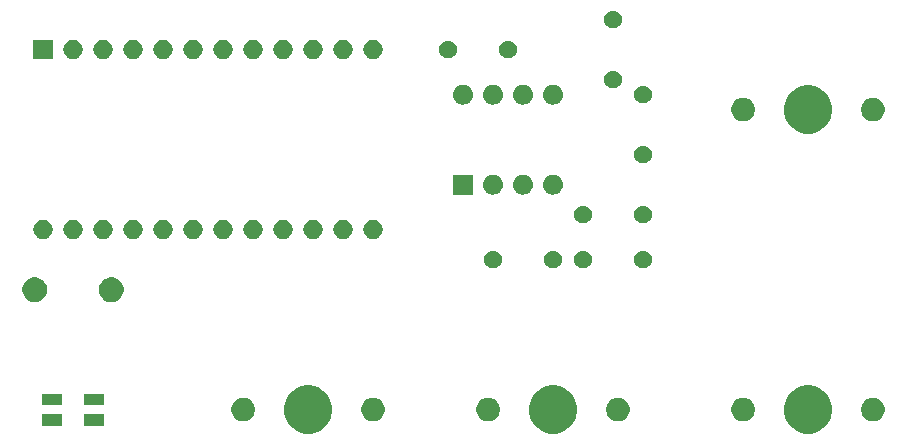
<source format=gbr>
G04 #@! TF.GenerationSoftware,KiCad,Pcbnew,(5.1.2)-1*
G04 #@! TF.CreationDate,2019-05-14T15:55:12+09:00*
G04 #@! TF.ProjectId,pcb,7063622e-6b69-4636-9164-5f7063625858,rev?*
G04 #@! TF.SameCoordinates,Original*
G04 #@! TF.FileFunction,Soldermask,Top*
G04 #@! TF.FilePolarity,Negative*
%FSLAX46Y46*%
G04 Gerber Fmt 4.6, Leading zero omitted, Abs format (unit mm)*
G04 Created by KiCad (PCBNEW (5.1.2)-1) date 2019-05-14 15:55:12*
%MOMM*%
%LPD*%
G04 APERTURE LIST*
%ADD10C,0.100000*%
G04 APERTURE END LIST*
D10*
G36*
X57328254Y-170747818D02*
G01*
X57701511Y-170902426D01*
X57701513Y-170902427D01*
X58037436Y-171126884D01*
X58323116Y-171412564D01*
X58547574Y-171748489D01*
X58702182Y-172121746D01*
X58781000Y-172517993D01*
X58781000Y-172922007D01*
X58702182Y-173318254D01*
X58551293Y-173682532D01*
X58547573Y-173691513D01*
X58323116Y-174027436D01*
X58037436Y-174313116D01*
X57701513Y-174537573D01*
X57701512Y-174537574D01*
X57701511Y-174537574D01*
X57328254Y-174692182D01*
X56932007Y-174771000D01*
X56527993Y-174771000D01*
X56131746Y-174692182D01*
X55758489Y-174537574D01*
X55758488Y-174537574D01*
X55758487Y-174537573D01*
X55422564Y-174313116D01*
X55136884Y-174027436D01*
X54912427Y-173691513D01*
X54908707Y-173682532D01*
X54757818Y-173318254D01*
X54679000Y-172922007D01*
X54679000Y-172517993D01*
X54757818Y-172121746D01*
X54912426Y-171748489D01*
X55136884Y-171412564D01*
X55422564Y-171126884D01*
X55758487Y-170902427D01*
X55758489Y-170902426D01*
X56131746Y-170747818D01*
X56527993Y-170669000D01*
X56932007Y-170669000D01*
X57328254Y-170747818D01*
X57328254Y-170747818D01*
G37*
G36*
X78068254Y-170747818D02*
G01*
X78441511Y-170902426D01*
X78441513Y-170902427D01*
X78777436Y-171126884D01*
X79063116Y-171412564D01*
X79287574Y-171748489D01*
X79442182Y-172121746D01*
X79521000Y-172517993D01*
X79521000Y-172922007D01*
X79442182Y-173318254D01*
X79291293Y-173682532D01*
X79287573Y-173691513D01*
X79063116Y-174027436D01*
X78777436Y-174313116D01*
X78441513Y-174537573D01*
X78441512Y-174537574D01*
X78441511Y-174537574D01*
X78068254Y-174692182D01*
X77672007Y-174771000D01*
X77267993Y-174771000D01*
X76871746Y-174692182D01*
X76498489Y-174537574D01*
X76498488Y-174537574D01*
X76498487Y-174537573D01*
X76162564Y-174313116D01*
X75876884Y-174027436D01*
X75652427Y-173691513D01*
X75648707Y-173682532D01*
X75497818Y-173318254D01*
X75419000Y-172922007D01*
X75419000Y-172517993D01*
X75497818Y-172121746D01*
X75652426Y-171748489D01*
X75876884Y-171412564D01*
X76162564Y-171126884D01*
X76498487Y-170902427D01*
X76498489Y-170902426D01*
X76871746Y-170747818D01*
X77267993Y-170669000D01*
X77672007Y-170669000D01*
X78068254Y-170747818D01*
X78068254Y-170747818D01*
G37*
G36*
X99658254Y-170747818D02*
G01*
X100031511Y-170902426D01*
X100031513Y-170902427D01*
X100367436Y-171126884D01*
X100653116Y-171412564D01*
X100877574Y-171748489D01*
X101032182Y-172121746D01*
X101111000Y-172517993D01*
X101111000Y-172922007D01*
X101032182Y-173318254D01*
X100881293Y-173682532D01*
X100877573Y-173691513D01*
X100653116Y-174027436D01*
X100367436Y-174313116D01*
X100031513Y-174537573D01*
X100031512Y-174537574D01*
X100031511Y-174537574D01*
X99658254Y-174692182D01*
X99262007Y-174771000D01*
X98857993Y-174771000D01*
X98461746Y-174692182D01*
X98088489Y-174537574D01*
X98088488Y-174537574D01*
X98088487Y-174537573D01*
X97752564Y-174313116D01*
X97466884Y-174027436D01*
X97242427Y-173691513D01*
X97238707Y-173682532D01*
X97087818Y-173318254D01*
X97009000Y-172922007D01*
X97009000Y-172517993D01*
X97087818Y-172121746D01*
X97242426Y-171748489D01*
X97466884Y-171412564D01*
X97752564Y-171126884D01*
X98088487Y-170902427D01*
X98088489Y-170902426D01*
X98461746Y-170747818D01*
X98857993Y-170669000D01*
X99262007Y-170669000D01*
X99658254Y-170747818D01*
X99658254Y-170747818D01*
G37*
G36*
X35931000Y-174071000D02*
G01*
X34229000Y-174071000D01*
X34229000Y-173119000D01*
X35931000Y-173119000D01*
X35931000Y-174071000D01*
X35931000Y-174071000D01*
G37*
G36*
X39431000Y-174071000D02*
G01*
X37729000Y-174071000D01*
X37729000Y-173119000D01*
X39431000Y-173119000D01*
X39431000Y-174071000D01*
X39431000Y-174071000D01*
G37*
G36*
X72261981Y-171757468D02*
G01*
X72444151Y-171832926D01*
X72608100Y-171942473D01*
X72747527Y-172081900D01*
X72857074Y-172245849D01*
X72932532Y-172428019D01*
X72971000Y-172621410D01*
X72971000Y-172818590D01*
X72932532Y-173011981D01*
X72857074Y-173194151D01*
X72747527Y-173358100D01*
X72608100Y-173497527D01*
X72444151Y-173607074D01*
X72261981Y-173682532D01*
X72068591Y-173721000D01*
X71871409Y-173721000D01*
X71678019Y-173682532D01*
X71495849Y-173607074D01*
X71331900Y-173497527D01*
X71192473Y-173358100D01*
X71082926Y-173194151D01*
X71007468Y-173011981D01*
X70969000Y-172818590D01*
X70969000Y-172621410D01*
X71007468Y-172428019D01*
X71082926Y-172245849D01*
X71192473Y-172081900D01*
X71331900Y-171942473D01*
X71495849Y-171832926D01*
X71678019Y-171757468D01*
X71871409Y-171719000D01*
X72068591Y-171719000D01*
X72261981Y-171757468D01*
X72261981Y-171757468D01*
G37*
G36*
X62521981Y-171757468D02*
G01*
X62704151Y-171832926D01*
X62868100Y-171942473D01*
X63007527Y-172081900D01*
X63117074Y-172245849D01*
X63192532Y-172428019D01*
X63231000Y-172621410D01*
X63231000Y-172818590D01*
X63192532Y-173011981D01*
X63117074Y-173194151D01*
X63007527Y-173358100D01*
X62868100Y-173497527D01*
X62704151Y-173607074D01*
X62521981Y-173682532D01*
X62328591Y-173721000D01*
X62131409Y-173721000D01*
X61938019Y-173682532D01*
X61755849Y-173607074D01*
X61591900Y-173497527D01*
X61452473Y-173358100D01*
X61342926Y-173194151D01*
X61267468Y-173011981D01*
X61229000Y-172818590D01*
X61229000Y-172621410D01*
X61267468Y-172428019D01*
X61342926Y-172245849D01*
X61452473Y-172081900D01*
X61591900Y-171942473D01*
X61755849Y-171832926D01*
X61938019Y-171757468D01*
X62131409Y-171719000D01*
X62328591Y-171719000D01*
X62521981Y-171757468D01*
X62521981Y-171757468D01*
G37*
G36*
X51521981Y-171757468D02*
G01*
X51704151Y-171832926D01*
X51868100Y-171942473D01*
X52007527Y-172081900D01*
X52117074Y-172245849D01*
X52192532Y-172428019D01*
X52231000Y-172621410D01*
X52231000Y-172818590D01*
X52192532Y-173011981D01*
X52117074Y-173194151D01*
X52007527Y-173358100D01*
X51868100Y-173497527D01*
X51704151Y-173607074D01*
X51521981Y-173682532D01*
X51328591Y-173721000D01*
X51131409Y-173721000D01*
X50938019Y-173682532D01*
X50755849Y-173607074D01*
X50591900Y-173497527D01*
X50452473Y-173358100D01*
X50342926Y-173194151D01*
X50267468Y-173011981D01*
X50229000Y-172818590D01*
X50229000Y-172621410D01*
X50267468Y-172428019D01*
X50342926Y-172245849D01*
X50452473Y-172081900D01*
X50591900Y-171942473D01*
X50755849Y-171832926D01*
X50938019Y-171757468D01*
X51131409Y-171719000D01*
X51328591Y-171719000D01*
X51521981Y-171757468D01*
X51521981Y-171757468D01*
G37*
G36*
X83261981Y-171757468D02*
G01*
X83444151Y-171832926D01*
X83608100Y-171942473D01*
X83747527Y-172081900D01*
X83857074Y-172245849D01*
X83932532Y-172428019D01*
X83971000Y-172621410D01*
X83971000Y-172818590D01*
X83932532Y-173011981D01*
X83857074Y-173194151D01*
X83747527Y-173358100D01*
X83608100Y-173497527D01*
X83444151Y-173607074D01*
X83261981Y-173682532D01*
X83068591Y-173721000D01*
X82871409Y-173721000D01*
X82678019Y-173682532D01*
X82495849Y-173607074D01*
X82331900Y-173497527D01*
X82192473Y-173358100D01*
X82082926Y-173194151D01*
X82007468Y-173011981D01*
X81969000Y-172818590D01*
X81969000Y-172621410D01*
X82007468Y-172428019D01*
X82082926Y-172245849D01*
X82192473Y-172081900D01*
X82331900Y-171942473D01*
X82495849Y-171832926D01*
X82678019Y-171757468D01*
X82871409Y-171719000D01*
X83068591Y-171719000D01*
X83261981Y-171757468D01*
X83261981Y-171757468D01*
G37*
G36*
X93851981Y-171757468D02*
G01*
X94034151Y-171832926D01*
X94198100Y-171942473D01*
X94337527Y-172081900D01*
X94447074Y-172245849D01*
X94522532Y-172428019D01*
X94561000Y-172621410D01*
X94561000Y-172818590D01*
X94522532Y-173011981D01*
X94447074Y-173194151D01*
X94337527Y-173358100D01*
X94198100Y-173497527D01*
X94034151Y-173607074D01*
X93851981Y-173682532D01*
X93658591Y-173721000D01*
X93461409Y-173721000D01*
X93268019Y-173682532D01*
X93085849Y-173607074D01*
X92921900Y-173497527D01*
X92782473Y-173358100D01*
X92672926Y-173194151D01*
X92597468Y-173011981D01*
X92559000Y-172818590D01*
X92559000Y-172621410D01*
X92597468Y-172428019D01*
X92672926Y-172245849D01*
X92782473Y-172081900D01*
X92921900Y-171942473D01*
X93085849Y-171832926D01*
X93268019Y-171757468D01*
X93461409Y-171719000D01*
X93658591Y-171719000D01*
X93851981Y-171757468D01*
X93851981Y-171757468D01*
G37*
G36*
X104851981Y-171757468D02*
G01*
X105034151Y-171832926D01*
X105198100Y-171942473D01*
X105337527Y-172081900D01*
X105447074Y-172245849D01*
X105522532Y-172428019D01*
X105561000Y-172621410D01*
X105561000Y-172818590D01*
X105522532Y-173011981D01*
X105447074Y-173194151D01*
X105337527Y-173358100D01*
X105198100Y-173497527D01*
X105034151Y-173607074D01*
X104851981Y-173682532D01*
X104658591Y-173721000D01*
X104461409Y-173721000D01*
X104268019Y-173682532D01*
X104085849Y-173607074D01*
X103921900Y-173497527D01*
X103782473Y-173358100D01*
X103672926Y-173194151D01*
X103597468Y-173011981D01*
X103559000Y-172818590D01*
X103559000Y-172621410D01*
X103597468Y-172428019D01*
X103672926Y-172245849D01*
X103782473Y-172081900D01*
X103921900Y-171942473D01*
X104085849Y-171832926D01*
X104268019Y-171757468D01*
X104461409Y-171719000D01*
X104658591Y-171719000D01*
X104851981Y-171757468D01*
X104851981Y-171757468D01*
G37*
G36*
X35931000Y-172321000D02*
G01*
X34229000Y-172321000D01*
X34229000Y-171369000D01*
X35931000Y-171369000D01*
X35931000Y-172321000D01*
X35931000Y-172321000D01*
G37*
G36*
X39431000Y-172321000D02*
G01*
X37729000Y-172321000D01*
X37729000Y-171369000D01*
X39431000Y-171369000D01*
X39431000Y-172321000D01*
X39431000Y-172321000D01*
G37*
G36*
X40386564Y-161549389D02*
G01*
X40577833Y-161628615D01*
X40577835Y-161628616D01*
X40749973Y-161743635D01*
X40896365Y-161890027D01*
X41011385Y-162062167D01*
X41090611Y-162253436D01*
X41131000Y-162456484D01*
X41131000Y-162663516D01*
X41090611Y-162866564D01*
X41011385Y-163057833D01*
X41011384Y-163057835D01*
X40896365Y-163229973D01*
X40749973Y-163376365D01*
X40577835Y-163491384D01*
X40577834Y-163491385D01*
X40577833Y-163491385D01*
X40386564Y-163570611D01*
X40183516Y-163611000D01*
X39976484Y-163611000D01*
X39773436Y-163570611D01*
X39582167Y-163491385D01*
X39582166Y-163491385D01*
X39582165Y-163491384D01*
X39410027Y-163376365D01*
X39263635Y-163229973D01*
X39148616Y-163057835D01*
X39148615Y-163057833D01*
X39069389Y-162866564D01*
X39029000Y-162663516D01*
X39029000Y-162456484D01*
X39069389Y-162253436D01*
X39148615Y-162062167D01*
X39263635Y-161890027D01*
X39410027Y-161743635D01*
X39582165Y-161628616D01*
X39582167Y-161628615D01*
X39773436Y-161549389D01*
X39976484Y-161509000D01*
X40183516Y-161509000D01*
X40386564Y-161549389D01*
X40386564Y-161549389D01*
G37*
G36*
X33886564Y-161549389D02*
G01*
X34077833Y-161628615D01*
X34077835Y-161628616D01*
X34249973Y-161743635D01*
X34396365Y-161890027D01*
X34511385Y-162062167D01*
X34590611Y-162253436D01*
X34631000Y-162456484D01*
X34631000Y-162663516D01*
X34590611Y-162866564D01*
X34511385Y-163057833D01*
X34511384Y-163057835D01*
X34396365Y-163229973D01*
X34249973Y-163376365D01*
X34077835Y-163491384D01*
X34077834Y-163491385D01*
X34077833Y-163491385D01*
X33886564Y-163570611D01*
X33683516Y-163611000D01*
X33476484Y-163611000D01*
X33273436Y-163570611D01*
X33082167Y-163491385D01*
X33082166Y-163491385D01*
X33082165Y-163491384D01*
X32910027Y-163376365D01*
X32763635Y-163229973D01*
X32648616Y-163057835D01*
X32648615Y-163057833D01*
X32569389Y-162866564D01*
X32529000Y-162663516D01*
X32529000Y-162456484D01*
X32569389Y-162253436D01*
X32648615Y-162062167D01*
X32763635Y-161890027D01*
X32910027Y-161743635D01*
X33082165Y-161628616D01*
X33082167Y-161628615D01*
X33273436Y-161549389D01*
X33476484Y-161509000D01*
X33683516Y-161509000D01*
X33886564Y-161549389D01*
X33886564Y-161549389D01*
G37*
G36*
X77564425Y-159274599D02*
G01*
X77688621Y-159299302D01*
X77825022Y-159355801D01*
X77947779Y-159437825D01*
X78052175Y-159542221D01*
X78134199Y-159664978D01*
X78190698Y-159801379D01*
X78219500Y-159946181D01*
X78219500Y-160093819D01*
X78190698Y-160238621D01*
X78134199Y-160375022D01*
X78052175Y-160497779D01*
X77947779Y-160602175D01*
X77825022Y-160684199D01*
X77688621Y-160740698D01*
X77564425Y-160765401D01*
X77543820Y-160769500D01*
X77396180Y-160769500D01*
X77375575Y-160765401D01*
X77251379Y-160740698D01*
X77114978Y-160684199D01*
X76992221Y-160602175D01*
X76887825Y-160497779D01*
X76805801Y-160375022D01*
X76749302Y-160238621D01*
X76720500Y-160093819D01*
X76720500Y-159946181D01*
X76749302Y-159801379D01*
X76805801Y-159664978D01*
X76887825Y-159542221D01*
X76992221Y-159437825D01*
X77114978Y-159355801D01*
X77251379Y-159299302D01*
X77375575Y-159274599D01*
X77396180Y-159270500D01*
X77543820Y-159270500D01*
X77564425Y-159274599D01*
X77564425Y-159274599D01*
G37*
G36*
X80104425Y-159274599D02*
G01*
X80228621Y-159299302D01*
X80365022Y-159355801D01*
X80487779Y-159437825D01*
X80592175Y-159542221D01*
X80674199Y-159664978D01*
X80730698Y-159801379D01*
X80759500Y-159946181D01*
X80759500Y-160093819D01*
X80730698Y-160238621D01*
X80674199Y-160375022D01*
X80592175Y-160497779D01*
X80487779Y-160602175D01*
X80365022Y-160684199D01*
X80228621Y-160740698D01*
X80104425Y-160765401D01*
X80083820Y-160769500D01*
X79936180Y-160769500D01*
X79915575Y-160765401D01*
X79791379Y-160740698D01*
X79654978Y-160684199D01*
X79532221Y-160602175D01*
X79427825Y-160497779D01*
X79345801Y-160375022D01*
X79289302Y-160238621D01*
X79260500Y-160093819D01*
X79260500Y-159946181D01*
X79289302Y-159801379D01*
X79345801Y-159664978D01*
X79427825Y-159542221D01*
X79532221Y-159437825D01*
X79654978Y-159355801D01*
X79791379Y-159299302D01*
X79915575Y-159274599D01*
X79936180Y-159270500D01*
X80083820Y-159270500D01*
X80104425Y-159274599D01*
X80104425Y-159274599D01*
G37*
G36*
X72484425Y-159274599D02*
G01*
X72608621Y-159299302D01*
X72745022Y-159355801D01*
X72867779Y-159437825D01*
X72972175Y-159542221D01*
X73054199Y-159664978D01*
X73110698Y-159801379D01*
X73139500Y-159946181D01*
X73139500Y-160093819D01*
X73110698Y-160238621D01*
X73054199Y-160375022D01*
X72972175Y-160497779D01*
X72867779Y-160602175D01*
X72745022Y-160684199D01*
X72608621Y-160740698D01*
X72484425Y-160765401D01*
X72463820Y-160769500D01*
X72316180Y-160769500D01*
X72295575Y-160765401D01*
X72171379Y-160740698D01*
X72034978Y-160684199D01*
X71912221Y-160602175D01*
X71807825Y-160497779D01*
X71725801Y-160375022D01*
X71669302Y-160238621D01*
X71640500Y-160093819D01*
X71640500Y-159946181D01*
X71669302Y-159801379D01*
X71725801Y-159664978D01*
X71807825Y-159542221D01*
X71912221Y-159437825D01*
X72034978Y-159355801D01*
X72171379Y-159299302D01*
X72295575Y-159274599D01*
X72316180Y-159270500D01*
X72463820Y-159270500D01*
X72484425Y-159274599D01*
X72484425Y-159274599D01*
G37*
G36*
X85184425Y-159274599D02*
G01*
X85308621Y-159299302D01*
X85445022Y-159355801D01*
X85567779Y-159437825D01*
X85672175Y-159542221D01*
X85754199Y-159664978D01*
X85810698Y-159801379D01*
X85839500Y-159946181D01*
X85839500Y-160093819D01*
X85810698Y-160238621D01*
X85754199Y-160375022D01*
X85672175Y-160497779D01*
X85567779Y-160602175D01*
X85445022Y-160684199D01*
X85308621Y-160740698D01*
X85184425Y-160765401D01*
X85163820Y-160769500D01*
X85016180Y-160769500D01*
X84995575Y-160765401D01*
X84871379Y-160740698D01*
X84734978Y-160684199D01*
X84612221Y-160602175D01*
X84507825Y-160497779D01*
X84425801Y-160375022D01*
X84369302Y-160238621D01*
X84340500Y-160093819D01*
X84340500Y-159946181D01*
X84369302Y-159801379D01*
X84425801Y-159664978D01*
X84507825Y-159542221D01*
X84612221Y-159437825D01*
X84734978Y-159355801D01*
X84871379Y-159299302D01*
X84995575Y-159274599D01*
X85016180Y-159270500D01*
X85163820Y-159270500D01*
X85184425Y-159274599D01*
X85184425Y-159274599D01*
G37*
G36*
X62467142Y-156678242D02*
G01*
X62615101Y-156739529D01*
X62748255Y-156828499D01*
X62861501Y-156941745D01*
X62950471Y-157074899D01*
X63011758Y-157222858D01*
X63043000Y-157379925D01*
X63043000Y-157540075D01*
X63011758Y-157697142D01*
X62950471Y-157845101D01*
X62861501Y-157978255D01*
X62748255Y-158091501D01*
X62615101Y-158180471D01*
X62467142Y-158241758D01*
X62310075Y-158273000D01*
X62149925Y-158273000D01*
X61992858Y-158241758D01*
X61844899Y-158180471D01*
X61711745Y-158091501D01*
X61598499Y-157978255D01*
X61509529Y-157845101D01*
X61448242Y-157697142D01*
X61417000Y-157540075D01*
X61417000Y-157379925D01*
X61448242Y-157222858D01*
X61509529Y-157074899D01*
X61598499Y-156941745D01*
X61711745Y-156828499D01*
X61844899Y-156739529D01*
X61992858Y-156678242D01*
X62149925Y-156647000D01*
X62310075Y-156647000D01*
X62467142Y-156678242D01*
X62467142Y-156678242D01*
G37*
G36*
X47227142Y-156678242D02*
G01*
X47375101Y-156739529D01*
X47508255Y-156828499D01*
X47621501Y-156941745D01*
X47710471Y-157074899D01*
X47771758Y-157222858D01*
X47803000Y-157379925D01*
X47803000Y-157540075D01*
X47771758Y-157697142D01*
X47710471Y-157845101D01*
X47621501Y-157978255D01*
X47508255Y-158091501D01*
X47375101Y-158180471D01*
X47227142Y-158241758D01*
X47070075Y-158273000D01*
X46909925Y-158273000D01*
X46752858Y-158241758D01*
X46604899Y-158180471D01*
X46471745Y-158091501D01*
X46358499Y-157978255D01*
X46269529Y-157845101D01*
X46208242Y-157697142D01*
X46177000Y-157540075D01*
X46177000Y-157379925D01*
X46208242Y-157222858D01*
X46269529Y-157074899D01*
X46358499Y-156941745D01*
X46471745Y-156828499D01*
X46604899Y-156739529D01*
X46752858Y-156678242D01*
X46909925Y-156647000D01*
X47070075Y-156647000D01*
X47227142Y-156678242D01*
X47227142Y-156678242D01*
G37*
G36*
X59927142Y-156678242D02*
G01*
X60075101Y-156739529D01*
X60208255Y-156828499D01*
X60321501Y-156941745D01*
X60410471Y-157074899D01*
X60471758Y-157222858D01*
X60503000Y-157379925D01*
X60503000Y-157540075D01*
X60471758Y-157697142D01*
X60410471Y-157845101D01*
X60321501Y-157978255D01*
X60208255Y-158091501D01*
X60075101Y-158180471D01*
X59927142Y-158241758D01*
X59770075Y-158273000D01*
X59609925Y-158273000D01*
X59452858Y-158241758D01*
X59304899Y-158180471D01*
X59171745Y-158091501D01*
X59058499Y-157978255D01*
X58969529Y-157845101D01*
X58908242Y-157697142D01*
X58877000Y-157540075D01*
X58877000Y-157379925D01*
X58908242Y-157222858D01*
X58969529Y-157074899D01*
X59058499Y-156941745D01*
X59171745Y-156828499D01*
X59304899Y-156739529D01*
X59452858Y-156678242D01*
X59609925Y-156647000D01*
X59770075Y-156647000D01*
X59927142Y-156678242D01*
X59927142Y-156678242D01*
G37*
G36*
X57387142Y-156678242D02*
G01*
X57535101Y-156739529D01*
X57668255Y-156828499D01*
X57781501Y-156941745D01*
X57870471Y-157074899D01*
X57931758Y-157222858D01*
X57963000Y-157379925D01*
X57963000Y-157540075D01*
X57931758Y-157697142D01*
X57870471Y-157845101D01*
X57781501Y-157978255D01*
X57668255Y-158091501D01*
X57535101Y-158180471D01*
X57387142Y-158241758D01*
X57230075Y-158273000D01*
X57069925Y-158273000D01*
X56912858Y-158241758D01*
X56764899Y-158180471D01*
X56631745Y-158091501D01*
X56518499Y-157978255D01*
X56429529Y-157845101D01*
X56368242Y-157697142D01*
X56337000Y-157540075D01*
X56337000Y-157379925D01*
X56368242Y-157222858D01*
X56429529Y-157074899D01*
X56518499Y-156941745D01*
X56631745Y-156828499D01*
X56764899Y-156739529D01*
X56912858Y-156678242D01*
X57069925Y-156647000D01*
X57230075Y-156647000D01*
X57387142Y-156678242D01*
X57387142Y-156678242D01*
G37*
G36*
X54847142Y-156678242D02*
G01*
X54995101Y-156739529D01*
X55128255Y-156828499D01*
X55241501Y-156941745D01*
X55330471Y-157074899D01*
X55391758Y-157222858D01*
X55423000Y-157379925D01*
X55423000Y-157540075D01*
X55391758Y-157697142D01*
X55330471Y-157845101D01*
X55241501Y-157978255D01*
X55128255Y-158091501D01*
X54995101Y-158180471D01*
X54847142Y-158241758D01*
X54690075Y-158273000D01*
X54529925Y-158273000D01*
X54372858Y-158241758D01*
X54224899Y-158180471D01*
X54091745Y-158091501D01*
X53978499Y-157978255D01*
X53889529Y-157845101D01*
X53828242Y-157697142D01*
X53797000Y-157540075D01*
X53797000Y-157379925D01*
X53828242Y-157222858D01*
X53889529Y-157074899D01*
X53978499Y-156941745D01*
X54091745Y-156828499D01*
X54224899Y-156739529D01*
X54372858Y-156678242D01*
X54529925Y-156647000D01*
X54690075Y-156647000D01*
X54847142Y-156678242D01*
X54847142Y-156678242D01*
G37*
G36*
X52307142Y-156678242D02*
G01*
X52455101Y-156739529D01*
X52588255Y-156828499D01*
X52701501Y-156941745D01*
X52790471Y-157074899D01*
X52851758Y-157222858D01*
X52883000Y-157379925D01*
X52883000Y-157540075D01*
X52851758Y-157697142D01*
X52790471Y-157845101D01*
X52701501Y-157978255D01*
X52588255Y-158091501D01*
X52455101Y-158180471D01*
X52307142Y-158241758D01*
X52150075Y-158273000D01*
X51989925Y-158273000D01*
X51832858Y-158241758D01*
X51684899Y-158180471D01*
X51551745Y-158091501D01*
X51438499Y-157978255D01*
X51349529Y-157845101D01*
X51288242Y-157697142D01*
X51257000Y-157540075D01*
X51257000Y-157379925D01*
X51288242Y-157222858D01*
X51349529Y-157074899D01*
X51438499Y-156941745D01*
X51551745Y-156828499D01*
X51684899Y-156739529D01*
X51832858Y-156678242D01*
X51989925Y-156647000D01*
X52150075Y-156647000D01*
X52307142Y-156678242D01*
X52307142Y-156678242D01*
G37*
G36*
X49767142Y-156678242D02*
G01*
X49915101Y-156739529D01*
X50048255Y-156828499D01*
X50161501Y-156941745D01*
X50250471Y-157074899D01*
X50311758Y-157222858D01*
X50343000Y-157379925D01*
X50343000Y-157540075D01*
X50311758Y-157697142D01*
X50250471Y-157845101D01*
X50161501Y-157978255D01*
X50048255Y-158091501D01*
X49915101Y-158180471D01*
X49767142Y-158241758D01*
X49610075Y-158273000D01*
X49449925Y-158273000D01*
X49292858Y-158241758D01*
X49144899Y-158180471D01*
X49011745Y-158091501D01*
X48898499Y-157978255D01*
X48809529Y-157845101D01*
X48748242Y-157697142D01*
X48717000Y-157540075D01*
X48717000Y-157379925D01*
X48748242Y-157222858D01*
X48809529Y-157074899D01*
X48898499Y-156941745D01*
X49011745Y-156828499D01*
X49144899Y-156739529D01*
X49292858Y-156678242D01*
X49449925Y-156647000D01*
X49610075Y-156647000D01*
X49767142Y-156678242D01*
X49767142Y-156678242D01*
G37*
G36*
X44687142Y-156678242D02*
G01*
X44835101Y-156739529D01*
X44968255Y-156828499D01*
X45081501Y-156941745D01*
X45170471Y-157074899D01*
X45231758Y-157222858D01*
X45263000Y-157379925D01*
X45263000Y-157540075D01*
X45231758Y-157697142D01*
X45170471Y-157845101D01*
X45081501Y-157978255D01*
X44968255Y-158091501D01*
X44835101Y-158180471D01*
X44687142Y-158241758D01*
X44530075Y-158273000D01*
X44369925Y-158273000D01*
X44212858Y-158241758D01*
X44064899Y-158180471D01*
X43931745Y-158091501D01*
X43818499Y-157978255D01*
X43729529Y-157845101D01*
X43668242Y-157697142D01*
X43637000Y-157540075D01*
X43637000Y-157379925D01*
X43668242Y-157222858D01*
X43729529Y-157074899D01*
X43818499Y-156941745D01*
X43931745Y-156828499D01*
X44064899Y-156739529D01*
X44212858Y-156678242D01*
X44369925Y-156647000D01*
X44530075Y-156647000D01*
X44687142Y-156678242D01*
X44687142Y-156678242D01*
G37*
G36*
X42147142Y-156678242D02*
G01*
X42295101Y-156739529D01*
X42428255Y-156828499D01*
X42541501Y-156941745D01*
X42630471Y-157074899D01*
X42691758Y-157222858D01*
X42723000Y-157379925D01*
X42723000Y-157540075D01*
X42691758Y-157697142D01*
X42630471Y-157845101D01*
X42541501Y-157978255D01*
X42428255Y-158091501D01*
X42295101Y-158180471D01*
X42147142Y-158241758D01*
X41990075Y-158273000D01*
X41829925Y-158273000D01*
X41672858Y-158241758D01*
X41524899Y-158180471D01*
X41391745Y-158091501D01*
X41278499Y-157978255D01*
X41189529Y-157845101D01*
X41128242Y-157697142D01*
X41097000Y-157540075D01*
X41097000Y-157379925D01*
X41128242Y-157222858D01*
X41189529Y-157074899D01*
X41278499Y-156941745D01*
X41391745Y-156828499D01*
X41524899Y-156739529D01*
X41672858Y-156678242D01*
X41829925Y-156647000D01*
X41990075Y-156647000D01*
X42147142Y-156678242D01*
X42147142Y-156678242D01*
G37*
G36*
X39607142Y-156678242D02*
G01*
X39755101Y-156739529D01*
X39888255Y-156828499D01*
X40001501Y-156941745D01*
X40090471Y-157074899D01*
X40151758Y-157222858D01*
X40183000Y-157379925D01*
X40183000Y-157540075D01*
X40151758Y-157697142D01*
X40090471Y-157845101D01*
X40001501Y-157978255D01*
X39888255Y-158091501D01*
X39755101Y-158180471D01*
X39607142Y-158241758D01*
X39450075Y-158273000D01*
X39289925Y-158273000D01*
X39132858Y-158241758D01*
X38984899Y-158180471D01*
X38851745Y-158091501D01*
X38738499Y-157978255D01*
X38649529Y-157845101D01*
X38588242Y-157697142D01*
X38557000Y-157540075D01*
X38557000Y-157379925D01*
X38588242Y-157222858D01*
X38649529Y-157074899D01*
X38738499Y-156941745D01*
X38851745Y-156828499D01*
X38984899Y-156739529D01*
X39132858Y-156678242D01*
X39289925Y-156647000D01*
X39450075Y-156647000D01*
X39607142Y-156678242D01*
X39607142Y-156678242D01*
G37*
G36*
X37067142Y-156678242D02*
G01*
X37215101Y-156739529D01*
X37348255Y-156828499D01*
X37461501Y-156941745D01*
X37550471Y-157074899D01*
X37611758Y-157222858D01*
X37643000Y-157379925D01*
X37643000Y-157540075D01*
X37611758Y-157697142D01*
X37550471Y-157845101D01*
X37461501Y-157978255D01*
X37348255Y-158091501D01*
X37215101Y-158180471D01*
X37067142Y-158241758D01*
X36910075Y-158273000D01*
X36749925Y-158273000D01*
X36592858Y-158241758D01*
X36444899Y-158180471D01*
X36311745Y-158091501D01*
X36198499Y-157978255D01*
X36109529Y-157845101D01*
X36048242Y-157697142D01*
X36017000Y-157540075D01*
X36017000Y-157379925D01*
X36048242Y-157222858D01*
X36109529Y-157074899D01*
X36198499Y-156941745D01*
X36311745Y-156828499D01*
X36444899Y-156739529D01*
X36592858Y-156678242D01*
X36749925Y-156647000D01*
X36910075Y-156647000D01*
X37067142Y-156678242D01*
X37067142Y-156678242D01*
G37*
G36*
X34527142Y-156678242D02*
G01*
X34675101Y-156739529D01*
X34808255Y-156828499D01*
X34921501Y-156941745D01*
X35010471Y-157074899D01*
X35071758Y-157222858D01*
X35103000Y-157379925D01*
X35103000Y-157540075D01*
X35071758Y-157697142D01*
X35010471Y-157845101D01*
X34921501Y-157978255D01*
X34808255Y-158091501D01*
X34675101Y-158180471D01*
X34527142Y-158241758D01*
X34370075Y-158273000D01*
X34209925Y-158273000D01*
X34052858Y-158241758D01*
X33904899Y-158180471D01*
X33771745Y-158091501D01*
X33658499Y-157978255D01*
X33569529Y-157845101D01*
X33508242Y-157697142D01*
X33477000Y-157540075D01*
X33477000Y-157379925D01*
X33508242Y-157222858D01*
X33569529Y-157074899D01*
X33658499Y-156941745D01*
X33771745Y-156828499D01*
X33904899Y-156739529D01*
X34052858Y-156678242D01*
X34209925Y-156647000D01*
X34370075Y-156647000D01*
X34527142Y-156678242D01*
X34527142Y-156678242D01*
G37*
G36*
X85184425Y-155464599D02*
G01*
X85308621Y-155489302D01*
X85445022Y-155545801D01*
X85567779Y-155627825D01*
X85672175Y-155732221D01*
X85754199Y-155854978D01*
X85810698Y-155991379D01*
X85839500Y-156136181D01*
X85839500Y-156283819D01*
X85810698Y-156428621D01*
X85754199Y-156565022D01*
X85672175Y-156687779D01*
X85567779Y-156792175D01*
X85445022Y-156874199D01*
X85308621Y-156930698D01*
X85184425Y-156955401D01*
X85163820Y-156959500D01*
X85016180Y-156959500D01*
X84995575Y-156955401D01*
X84871379Y-156930698D01*
X84734978Y-156874199D01*
X84612221Y-156792175D01*
X84507825Y-156687779D01*
X84425801Y-156565022D01*
X84369302Y-156428621D01*
X84340500Y-156283819D01*
X84340500Y-156136181D01*
X84369302Y-155991379D01*
X84425801Y-155854978D01*
X84507825Y-155732221D01*
X84612221Y-155627825D01*
X84734978Y-155545801D01*
X84871379Y-155489302D01*
X84995575Y-155464599D01*
X85016180Y-155460500D01*
X85163820Y-155460500D01*
X85184425Y-155464599D01*
X85184425Y-155464599D01*
G37*
G36*
X80104425Y-155464599D02*
G01*
X80228621Y-155489302D01*
X80365022Y-155545801D01*
X80487779Y-155627825D01*
X80592175Y-155732221D01*
X80674199Y-155854978D01*
X80730698Y-155991379D01*
X80759500Y-156136181D01*
X80759500Y-156283819D01*
X80730698Y-156428621D01*
X80674199Y-156565022D01*
X80592175Y-156687779D01*
X80487779Y-156792175D01*
X80365022Y-156874199D01*
X80228621Y-156930698D01*
X80104425Y-156955401D01*
X80083820Y-156959500D01*
X79936180Y-156959500D01*
X79915575Y-156955401D01*
X79791379Y-156930698D01*
X79654978Y-156874199D01*
X79532221Y-156792175D01*
X79427825Y-156687779D01*
X79345801Y-156565022D01*
X79289302Y-156428621D01*
X79260500Y-156283819D01*
X79260500Y-156136181D01*
X79289302Y-155991379D01*
X79345801Y-155854978D01*
X79427825Y-155732221D01*
X79532221Y-155627825D01*
X79654978Y-155545801D01*
X79791379Y-155489302D01*
X79915575Y-155464599D01*
X79936180Y-155460500D01*
X80083820Y-155460500D01*
X80104425Y-155464599D01*
X80104425Y-155464599D01*
G37*
G36*
X77636823Y-152831313D02*
G01*
X77797242Y-152879976D01*
X77929906Y-152950886D01*
X77945078Y-152958996D01*
X78074659Y-153065341D01*
X78181004Y-153194922D01*
X78181005Y-153194924D01*
X78260024Y-153342758D01*
X78308687Y-153503177D01*
X78325117Y-153670000D01*
X78308687Y-153836823D01*
X78260024Y-153997242D01*
X78189114Y-154129906D01*
X78181004Y-154145078D01*
X78074659Y-154274659D01*
X77945078Y-154381004D01*
X77945076Y-154381005D01*
X77797242Y-154460024D01*
X77636823Y-154508687D01*
X77511804Y-154521000D01*
X77428196Y-154521000D01*
X77303177Y-154508687D01*
X77142758Y-154460024D01*
X76994924Y-154381005D01*
X76994922Y-154381004D01*
X76865341Y-154274659D01*
X76758996Y-154145078D01*
X76750886Y-154129906D01*
X76679976Y-153997242D01*
X76631313Y-153836823D01*
X76614883Y-153670000D01*
X76631313Y-153503177D01*
X76679976Y-153342758D01*
X76758995Y-153194924D01*
X76758996Y-153194922D01*
X76865341Y-153065341D01*
X76994922Y-152958996D01*
X77010094Y-152950886D01*
X77142758Y-152879976D01*
X77303177Y-152831313D01*
X77428196Y-152819000D01*
X77511804Y-152819000D01*
X77636823Y-152831313D01*
X77636823Y-152831313D01*
G37*
G36*
X75096823Y-152831313D02*
G01*
X75257242Y-152879976D01*
X75389906Y-152950886D01*
X75405078Y-152958996D01*
X75534659Y-153065341D01*
X75641004Y-153194922D01*
X75641005Y-153194924D01*
X75720024Y-153342758D01*
X75768687Y-153503177D01*
X75785117Y-153670000D01*
X75768687Y-153836823D01*
X75720024Y-153997242D01*
X75649114Y-154129906D01*
X75641004Y-154145078D01*
X75534659Y-154274659D01*
X75405078Y-154381004D01*
X75405076Y-154381005D01*
X75257242Y-154460024D01*
X75096823Y-154508687D01*
X74971804Y-154521000D01*
X74888196Y-154521000D01*
X74763177Y-154508687D01*
X74602758Y-154460024D01*
X74454924Y-154381005D01*
X74454922Y-154381004D01*
X74325341Y-154274659D01*
X74218996Y-154145078D01*
X74210886Y-154129906D01*
X74139976Y-153997242D01*
X74091313Y-153836823D01*
X74074883Y-153670000D01*
X74091313Y-153503177D01*
X74139976Y-153342758D01*
X74218995Y-153194924D01*
X74218996Y-153194922D01*
X74325341Y-153065341D01*
X74454922Y-152958996D01*
X74470094Y-152950886D01*
X74602758Y-152879976D01*
X74763177Y-152831313D01*
X74888196Y-152819000D01*
X74971804Y-152819000D01*
X75096823Y-152831313D01*
X75096823Y-152831313D01*
G37*
G36*
X72556823Y-152831313D02*
G01*
X72717242Y-152879976D01*
X72849906Y-152950886D01*
X72865078Y-152958996D01*
X72994659Y-153065341D01*
X73101004Y-153194922D01*
X73101005Y-153194924D01*
X73180024Y-153342758D01*
X73228687Y-153503177D01*
X73245117Y-153670000D01*
X73228687Y-153836823D01*
X73180024Y-153997242D01*
X73109114Y-154129906D01*
X73101004Y-154145078D01*
X72994659Y-154274659D01*
X72865078Y-154381004D01*
X72865076Y-154381005D01*
X72717242Y-154460024D01*
X72556823Y-154508687D01*
X72431804Y-154521000D01*
X72348196Y-154521000D01*
X72223177Y-154508687D01*
X72062758Y-154460024D01*
X71914924Y-154381005D01*
X71914922Y-154381004D01*
X71785341Y-154274659D01*
X71678996Y-154145078D01*
X71670886Y-154129906D01*
X71599976Y-153997242D01*
X71551313Y-153836823D01*
X71534883Y-153670000D01*
X71551313Y-153503177D01*
X71599976Y-153342758D01*
X71678995Y-153194924D01*
X71678996Y-153194922D01*
X71785341Y-153065341D01*
X71914922Y-152958996D01*
X71930094Y-152950886D01*
X72062758Y-152879976D01*
X72223177Y-152831313D01*
X72348196Y-152819000D01*
X72431804Y-152819000D01*
X72556823Y-152831313D01*
X72556823Y-152831313D01*
G37*
G36*
X70701000Y-154521000D02*
G01*
X68999000Y-154521000D01*
X68999000Y-152819000D01*
X70701000Y-152819000D01*
X70701000Y-154521000D01*
X70701000Y-154521000D01*
G37*
G36*
X85184425Y-150384599D02*
G01*
X85308621Y-150409302D01*
X85445022Y-150465801D01*
X85567779Y-150547825D01*
X85672175Y-150652221D01*
X85754199Y-150774978D01*
X85810698Y-150911379D01*
X85839500Y-151056181D01*
X85839500Y-151203819D01*
X85810698Y-151348621D01*
X85754199Y-151485022D01*
X85672175Y-151607779D01*
X85567779Y-151712175D01*
X85445022Y-151794199D01*
X85308621Y-151850698D01*
X85184425Y-151875401D01*
X85163820Y-151879500D01*
X85016180Y-151879500D01*
X84995575Y-151875401D01*
X84871379Y-151850698D01*
X84734978Y-151794199D01*
X84612221Y-151712175D01*
X84507825Y-151607779D01*
X84425801Y-151485022D01*
X84369302Y-151348621D01*
X84340500Y-151203819D01*
X84340500Y-151056181D01*
X84369302Y-150911379D01*
X84425801Y-150774978D01*
X84507825Y-150652221D01*
X84612221Y-150547825D01*
X84734978Y-150465801D01*
X84871379Y-150409302D01*
X84995575Y-150384599D01*
X85016180Y-150380500D01*
X85163820Y-150380500D01*
X85184425Y-150384599D01*
X85184425Y-150384599D01*
G37*
G36*
X99658254Y-145347818D02*
G01*
X100027339Y-145500698D01*
X100031513Y-145502427D01*
X100367436Y-145726884D01*
X100653116Y-146012564D01*
X100877574Y-146348489D01*
X101032182Y-146721746D01*
X101111000Y-147117993D01*
X101111000Y-147522007D01*
X101032182Y-147918254D01*
X100881293Y-148282532D01*
X100877573Y-148291513D01*
X100653116Y-148627436D01*
X100367436Y-148913116D01*
X100031513Y-149137573D01*
X100031512Y-149137574D01*
X100031511Y-149137574D01*
X99658254Y-149292182D01*
X99262007Y-149371000D01*
X98857993Y-149371000D01*
X98461746Y-149292182D01*
X98088489Y-149137574D01*
X98088488Y-149137574D01*
X98088487Y-149137573D01*
X97752564Y-148913116D01*
X97466884Y-148627436D01*
X97242427Y-148291513D01*
X97238707Y-148282532D01*
X97087818Y-147918254D01*
X97009000Y-147522007D01*
X97009000Y-147117993D01*
X97087818Y-146721746D01*
X97242426Y-146348489D01*
X97466884Y-146012564D01*
X97752564Y-145726884D01*
X98088487Y-145502427D01*
X98092661Y-145500698D01*
X98461746Y-145347818D01*
X98857993Y-145269000D01*
X99262007Y-145269000D01*
X99658254Y-145347818D01*
X99658254Y-145347818D01*
G37*
G36*
X104851981Y-146357468D02*
G01*
X105034151Y-146432926D01*
X105198100Y-146542473D01*
X105337527Y-146681900D01*
X105447074Y-146845849D01*
X105522532Y-147028019D01*
X105561000Y-147221410D01*
X105561000Y-147418590D01*
X105522532Y-147611981D01*
X105447074Y-147794151D01*
X105337527Y-147958100D01*
X105198100Y-148097527D01*
X105034151Y-148207074D01*
X104851981Y-148282532D01*
X104658591Y-148321000D01*
X104461409Y-148321000D01*
X104268019Y-148282532D01*
X104085849Y-148207074D01*
X103921900Y-148097527D01*
X103782473Y-147958100D01*
X103672926Y-147794151D01*
X103597468Y-147611981D01*
X103559000Y-147418590D01*
X103559000Y-147221410D01*
X103597468Y-147028019D01*
X103672926Y-146845849D01*
X103782473Y-146681900D01*
X103921900Y-146542473D01*
X104085849Y-146432926D01*
X104268019Y-146357468D01*
X104461409Y-146319000D01*
X104658591Y-146319000D01*
X104851981Y-146357468D01*
X104851981Y-146357468D01*
G37*
G36*
X93851981Y-146357468D02*
G01*
X94034151Y-146432926D01*
X94198100Y-146542473D01*
X94337527Y-146681900D01*
X94447074Y-146845849D01*
X94522532Y-147028019D01*
X94561000Y-147221410D01*
X94561000Y-147418590D01*
X94522532Y-147611981D01*
X94447074Y-147794151D01*
X94337527Y-147958100D01*
X94198100Y-148097527D01*
X94034151Y-148207074D01*
X93851981Y-148282532D01*
X93658591Y-148321000D01*
X93461409Y-148321000D01*
X93268019Y-148282532D01*
X93085849Y-148207074D01*
X92921900Y-148097527D01*
X92782473Y-147958100D01*
X92672926Y-147794151D01*
X92597468Y-147611981D01*
X92559000Y-147418590D01*
X92559000Y-147221410D01*
X92597468Y-147028019D01*
X92672926Y-146845849D01*
X92782473Y-146681900D01*
X92921900Y-146542473D01*
X93085849Y-146432926D01*
X93268019Y-146357468D01*
X93461409Y-146319000D01*
X93658591Y-146319000D01*
X93851981Y-146357468D01*
X93851981Y-146357468D01*
G37*
G36*
X77636823Y-145211313D02*
G01*
X77797242Y-145259976D01*
X77873057Y-145300500D01*
X77945078Y-145338996D01*
X78074659Y-145445341D01*
X78181004Y-145574922D01*
X78181005Y-145574924D01*
X78260024Y-145722758D01*
X78308687Y-145883177D01*
X78325117Y-146050000D01*
X78308687Y-146216823D01*
X78260024Y-146377242D01*
X78230260Y-146432926D01*
X78181004Y-146525078D01*
X78074659Y-146654659D01*
X77945078Y-146761004D01*
X77945076Y-146761005D01*
X77797242Y-146840024D01*
X77636823Y-146888687D01*
X77511804Y-146901000D01*
X77428196Y-146901000D01*
X77303177Y-146888687D01*
X77142758Y-146840024D01*
X76994924Y-146761005D01*
X76994922Y-146761004D01*
X76865341Y-146654659D01*
X76758996Y-146525078D01*
X76709740Y-146432926D01*
X76679976Y-146377242D01*
X76631313Y-146216823D01*
X76614883Y-146050000D01*
X76631313Y-145883177D01*
X76679976Y-145722758D01*
X76758995Y-145574924D01*
X76758996Y-145574922D01*
X76865341Y-145445341D01*
X76994922Y-145338996D01*
X77066943Y-145300500D01*
X77142758Y-145259976D01*
X77303177Y-145211313D01*
X77428196Y-145199000D01*
X77511804Y-145199000D01*
X77636823Y-145211313D01*
X77636823Y-145211313D01*
G37*
G36*
X70016823Y-145211313D02*
G01*
X70177242Y-145259976D01*
X70253057Y-145300500D01*
X70325078Y-145338996D01*
X70454659Y-145445341D01*
X70561004Y-145574922D01*
X70561005Y-145574924D01*
X70640024Y-145722758D01*
X70688687Y-145883177D01*
X70705117Y-146050000D01*
X70688687Y-146216823D01*
X70640024Y-146377242D01*
X70610260Y-146432926D01*
X70561004Y-146525078D01*
X70454659Y-146654659D01*
X70325078Y-146761004D01*
X70325076Y-146761005D01*
X70177242Y-146840024D01*
X70016823Y-146888687D01*
X69891804Y-146901000D01*
X69808196Y-146901000D01*
X69683177Y-146888687D01*
X69522758Y-146840024D01*
X69374924Y-146761005D01*
X69374922Y-146761004D01*
X69245341Y-146654659D01*
X69138996Y-146525078D01*
X69089740Y-146432926D01*
X69059976Y-146377242D01*
X69011313Y-146216823D01*
X68994883Y-146050000D01*
X69011313Y-145883177D01*
X69059976Y-145722758D01*
X69138995Y-145574924D01*
X69138996Y-145574922D01*
X69245341Y-145445341D01*
X69374922Y-145338996D01*
X69446943Y-145300500D01*
X69522758Y-145259976D01*
X69683177Y-145211313D01*
X69808196Y-145199000D01*
X69891804Y-145199000D01*
X70016823Y-145211313D01*
X70016823Y-145211313D01*
G37*
G36*
X75096823Y-145211313D02*
G01*
X75257242Y-145259976D01*
X75333057Y-145300500D01*
X75405078Y-145338996D01*
X75534659Y-145445341D01*
X75641004Y-145574922D01*
X75641005Y-145574924D01*
X75720024Y-145722758D01*
X75768687Y-145883177D01*
X75785117Y-146050000D01*
X75768687Y-146216823D01*
X75720024Y-146377242D01*
X75690260Y-146432926D01*
X75641004Y-146525078D01*
X75534659Y-146654659D01*
X75405078Y-146761004D01*
X75405076Y-146761005D01*
X75257242Y-146840024D01*
X75096823Y-146888687D01*
X74971804Y-146901000D01*
X74888196Y-146901000D01*
X74763177Y-146888687D01*
X74602758Y-146840024D01*
X74454924Y-146761005D01*
X74454922Y-146761004D01*
X74325341Y-146654659D01*
X74218996Y-146525078D01*
X74169740Y-146432926D01*
X74139976Y-146377242D01*
X74091313Y-146216823D01*
X74074883Y-146050000D01*
X74091313Y-145883177D01*
X74139976Y-145722758D01*
X74218995Y-145574924D01*
X74218996Y-145574922D01*
X74325341Y-145445341D01*
X74454922Y-145338996D01*
X74526943Y-145300500D01*
X74602758Y-145259976D01*
X74763177Y-145211313D01*
X74888196Y-145199000D01*
X74971804Y-145199000D01*
X75096823Y-145211313D01*
X75096823Y-145211313D01*
G37*
G36*
X72556823Y-145211313D02*
G01*
X72717242Y-145259976D01*
X72793057Y-145300500D01*
X72865078Y-145338996D01*
X72994659Y-145445341D01*
X73101004Y-145574922D01*
X73101005Y-145574924D01*
X73180024Y-145722758D01*
X73228687Y-145883177D01*
X73245117Y-146050000D01*
X73228687Y-146216823D01*
X73180024Y-146377242D01*
X73150260Y-146432926D01*
X73101004Y-146525078D01*
X72994659Y-146654659D01*
X72865078Y-146761004D01*
X72865076Y-146761005D01*
X72717242Y-146840024D01*
X72556823Y-146888687D01*
X72431804Y-146901000D01*
X72348196Y-146901000D01*
X72223177Y-146888687D01*
X72062758Y-146840024D01*
X71914924Y-146761005D01*
X71914922Y-146761004D01*
X71785341Y-146654659D01*
X71678996Y-146525078D01*
X71629740Y-146432926D01*
X71599976Y-146377242D01*
X71551313Y-146216823D01*
X71534883Y-146050000D01*
X71551313Y-145883177D01*
X71599976Y-145722758D01*
X71678995Y-145574924D01*
X71678996Y-145574922D01*
X71785341Y-145445341D01*
X71914922Y-145338996D01*
X71986943Y-145300500D01*
X72062758Y-145259976D01*
X72223177Y-145211313D01*
X72348196Y-145199000D01*
X72431804Y-145199000D01*
X72556823Y-145211313D01*
X72556823Y-145211313D01*
G37*
G36*
X85184425Y-145304599D02*
G01*
X85308621Y-145329302D01*
X85445022Y-145385801D01*
X85567779Y-145467825D01*
X85672175Y-145572221D01*
X85754199Y-145694978D01*
X85810698Y-145831379D01*
X85839500Y-145976181D01*
X85839500Y-146123819D01*
X85810698Y-146268621D01*
X85754199Y-146405022D01*
X85672175Y-146527779D01*
X85567779Y-146632175D01*
X85445022Y-146714199D01*
X85308621Y-146770698D01*
X85184425Y-146795401D01*
X85163820Y-146799500D01*
X85016180Y-146799500D01*
X84995575Y-146795401D01*
X84871379Y-146770698D01*
X84734978Y-146714199D01*
X84612221Y-146632175D01*
X84507825Y-146527779D01*
X84425801Y-146405022D01*
X84369302Y-146268621D01*
X84340500Y-146123819D01*
X84340500Y-145976181D01*
X84369302Y-145831379D01*
X84425801Y-145694978D01*
X84507825Y-145572221D01*
X84612221Y-145467825D01*
X84734978Y-145385801D01*
X84871379Y-145329302D01*
X84995575Y-145304599D01*
X85016180Y-145300500D01*
X85163820Y-145300500D01*
X85184425Y-145304599D01*
X85184425Y-145304599D01*
G37*
G36*
X82644425Y-144034599D02*
G01*
X82768621Y-144059302D01*
X82905022Y-144115801D01*
X83027779Y-144197825D01*
X83132175Y-144302221D01*
X83214199Y-144424978D01*
X83270698Y-144561379D01*
X83299500Y-144706181D01*
X83299500Y-144853819D01*
X83270698Y-144998621D01*
X83214199Y-145135022D01*
X83132175Y-145257779D01*
X83027779Y-145362175D01*
X82905022Y-145444199D01*
X82768621Y-145500698D01*
X82644425Y-145525401D01*
X82623820Y-145529500D01*
X82476180Y-145529500D01*
X82455575Y-145525401D01*
X82331379Y-145500698D01*
X82194978Y-145444199D01*
X82072221Y-145362175D01*
X81967825Y-145257779D01*
X81885801Y-145135022D01*
X81829302Y-144998621D01*
X81800500Y-144853819D01*
X81800500Y-144706181D01*
X81829302Y-144561379D01*
X81885801Y-144424978D01*
X81967825Y-144302221D01*
X82072221Y-144197825D01*
X82194978Y-144115801D01*
X82331379Y-144059302D01*
X82455575Y-144034599D01*
X82476180Y-144030500D01*
X82623820Y-144030500D01*
X82644425Y-144034599D01*
X82644425Y-144034599D01*
G37*
G36*
X59927142Y-141438242D02*
G01*
X60075101Y-141499529D01*
X60208255Y-141588499D01*
X60321501Y-141701745D01*
X60410471Y-141834899D01*
X60471758Y-141982858D01*
X60503000Y-142139925D01*
X60503000Y-142300075D01*
X60471758Y-142457142D01*
X60410471Y-142605101D01*
X60321501Y-142738255D01*
X60208255Y-142851501D01*
X60075101Y-142940471D01*
X59927142Y-143001758D01*
X59770075Y-143033000D01*
X59609925Y-143033000D01*
X59452858Y-143001758D01*
X59304899Y-142940471D01*
X59171745Y-142851501D01*
X59058499Y-142738255D01*
X58969529Y-142605101D01*
X58908242Y-142457142D01*
X58877000Y-142300075D01*
X58877000Y-142139925D01*
X58908242Y-141982858D01*
X58969529Y-141834899D01*
X59058499Y-141701745D01*
X59171745Y-141588499D01*
X59304899Y-141499529D01*
X59452858Y-141438242D01*
X59609925Y-141407000D01*
X59770075Y-141407000D01*
X59927142Y-141438242D01*
X59927142Y-141438242D01*
G37*
G36*
X39607142Y-141438242D02*
G01*
X39755101Y-141499529D01*
X39888255Y-141588499D01*
X40001501Y-141701745D01*
X40090471Y-141834899D01*
X40151758Y-141982858D01*
X40183000Y-142139925D01*
X40183000Y-142300075D01*
X40151758Y-142457142D01*
X40090471Y-142605101D01*
X40001501Y-142738255D01*
X39888255Y-142851501D01*
X39755101Y-142940471D01*
X39607142Y-143001758D01*
X39450075Y-143033000D01*
X39289925Y-143033000D01*
X39132858Y-143001758D01*
X38984899Y-142940471D01*
X38851745Y-142851501D01*
X38738499Y-142738255D01*
X38649529Y-142605101D01*
X38588242Y-142457142D01*
X38557000Y-142300075D01*
X38557000Y-142139925D01*
X38588242Y-141982858D01*
X38649529Y-141834899D01*
X38738499Y-141701745D01*
X38851745Y-141588499D01*
X38984899Y-141499529D01*
X39132858Y-141438242D01*
X39289925Y-141407000D01*
X39450075Y-141407000D01*
X39607142Y-141438242D01*
X39607142Y-141438242D01*
G37*
G36*
X62467142Y-141438242D02*
G01*
X62615101Y-141499529D01*
X62748255Y-141588499D01*
X62861501Y-141701745D01*
X62950471Y-141834899D01*
X63011758Y-141982858D01*
X63043000Y-142139925D01*
X63043000Y-142300075D01*
X63011758Y-142457142D01*
X62950471Y-142605101D01*
X62861501Y-142738255D01*
X62748255Y-142851501D01*
X62615101Y-142940471D01*
X62467142Y-143001758D01*
X62310075Y-143033000D01*
X62149925Y-143033000D01*
X61992858Y-143001758D01*
X61844899Y-142940471D01*
X61711745Y-142851501D01*
X61598499Y-142738255D01*
X61509529Y-142605101D01*
X61448242Y-142457142D01*
X61417000Y-142300075D01*
X61417000Y-142139925D01*
X61448242Y-141982858D01*
X61509529Y-141834899D01*
X61598499Y-141701745D01*
X61711745Y-141588499D01*
X61844899Y-141499529D01*
X61992858Y-141438242D01*
X62149925Y-141407000D01*
X62310075Y-141407000D01*
X62467142Y-141438242D01*
X62467142Y-141438242D01*
G37*
G36*
X35103000Y-143033000D02*
G01*
X33477000Y-143033000D01*
X33477000Y-141407000D01*
X35103000Y-141407000D01*
X35103000Y-143033000D01*
X35103000Y-143033000D01*
G37*
G36*
X42147142Y-141438242D02*
G01*
X42295101Y-141499529D01*
X42428255Y-141588499D01*
X42541501Y-141701745D01*
X42630471Y-141834899D01*
X42691758Y-141982858D01*
X42723000Y-142139925D01*
X42723000Y-142300075D01*
X42691758Y-142457142D01*
X42630471Y-142605101D01*
X42541501Y-142738255D01*
X42428255Y-142851501D01*
X42295101Y-142940471D01*
X42147142Y-143001758D01*
X41990075Y-143033000D01*
X41829925Y-143033000D01*
X41672858Y-143001758D01*
X41524899Y-142940471D01*
X41391745Y-142851501D01*
X41278499Y-142738255D01*
X41189529Y-142605101D01*
X41128242Y-142457142D01*
X41097000Y-142300075D01*
X41097000Y-142139925D01*
X41128242Y-141982858D01*
X41189529Y-141834899D01*
X41278499Y-141701745D01*
X41391745Y-141588499D01*
X41524899Y-141499529D01*
X41672858Y-141438242D01*
X41829925Y-141407000D01*
X41990075Y-141407000D01*
X42147142Y-141438242D01*
X42147142Y-141438242D01*
G37*
G36*
X44687142Y-141438242D02*
G01*
X44835101Y-141499529D01*
X44968255Y-141588499D01*
X45081501Y-141701745D01*
X45170471Y-141834899D01*
X45231758Y-141982858D01*
X45263000Y-142139925D01*
X45263000Y-142300075D01*
X45231758Y-142457142D01*
X45170471Y-142605101D01*
X45081501Y-142738255D01*
X44968255Y-142851501D01*
X44835101Y-142940471D01*
X44687142Y-143001758D01*
X44530075Y-143033000D01*
X44369925Y-143033000D01*
X44212858Y-143001758D01*
X44064899Y-142940471D01*
X43931745Y-142851501D01*
X43818499Y-142738255D01*
X43729529Y-142605101D01*
X43668242Y-142457142D01*
X43637000Y-142300075D01*
X43637000Y-142139925D01*
X43668242Y-141982858D01*
X43729529Y-141834899D01*
X43818499Y-141701745D01*
X43931745Y-141588499D01*
X44064899Y-141499529D01*
X44212858Y-141438242D01*
X44369925Y-141407000D01*
X44530075Y-141407000D01*
X44687142Y-141438242D01*
X44687142Y-141438242D01*
G37*
G36*
X47227142Y-141438242D02*
G01*
X47375101Y-141499529D01*
X47508255Y-141588499D01*
X47621501Y-141701745D01*
X47710471Y-141834899D01*
X47771758Y-141982858D01*
X47803000Y-142139925D01*
X47803000Y-142300075D01*
X47771758Y-142457142D01*
X47710471Y-142605101D01*
X47621501Y-142738255D01*
X47508255Y-142851501D01*
X47375101Y-142940471D01*
X47227142Y-143001758D01*
X47070075Y-143033000D01*
X46909925Y-143033000D01*
X46752858Y-143001758D01*
X46604899Y-142940471D01*
X46471745Y-142851501D01*
X46358499Y-142738255D01*
X46269529Y-142605101D01*
X46208242Y-142457142D01*
X46177000Y-142300075D01*
X46177000Y-142139925D01*
X46208242Y-141982858D01*
X46269529Y-141834899D01*
X46358499Y-141701745D01*
X46471745Y-141588499D01*
X46604899Y-141499529D01*
X46752858Y-141438242D01*
X46909925Y-141407000D01*
X47070075Y-141407000D01*
X47227142Y-141438242D01*
X47227142Y-141438242D01*
G37*
G36*
X49767142Y-141438242D02*
G01*
X49915101Y-141499529D01*
X50048255Y-141588499D01*
X50161501Y-141701745D01*
X50250471Y-141834899D01*
X50311758Y-141982858D01*
X50343000Y-142139925D01*
X50343000Y-142300075D01*
X50311758Y-142457142D01*
X50250471Y-142605101D01*
X50161501Y-142738255D01*
X50048255Y-142851501D01*
X49915101Y-142940471D01*
X49767142Y-143001758D01*
X49610075Y-143033000D01*
X49449925Y-143033000D01*
X49292858Y-143001758D01*
X49144899Y-142940471D01*
X49011745Y-142851501D01*
X48898499Y-142738255D01*
X48809529Y-142605101D01*
X48748242Y-142457142D01*
X48717000Y-142300075D01*
X48717000Y-142139925D01*
X48748242Y-141982858D01*
X48809529Y-141834899D01*
X48898499Y-141701745D01*
X49011745Y-141588499D01*
X49144899Y-141499529D01*
X49292858Y-141438242D01*
X49449925Y-141407000D01*
X49610075Y-141407000D01*
X49767142Y-141438242D01*
X49767142Y-141438242D01*
G37*
G36*
X52307142Y-141438242D02*
G01*
X52455101Y-141499529D01*
X52588255Y-141588499D01*
X52701501Y-141701745D01*
X52790471Y-141834899D01*
X52851758Y-141982858D01*
X52883000Y-142139925D01*
X52883000Y-142300075D01*
X52851758Y-142457142D01*
X52790471Y-142605101D01*
X52701501Y-142738255D01*
X52588255Y-142851501D01*
X52455101Y-142940471D01*
X52307142Y-143001758D01*
X52150075Y-143033000D01*
X51989925Y-143033000D01*
X51832858Y-143001758D01*
X51684899Y-142940471D01*
X51551745Y-142851501D01*
X51438499Y-142738255D01*
X51349529Y-142605101D01*
X51288242Y-142457142D01*
X51257000Y-142300075D01*
X51257000Y-142139925D01*
X51288242Y-141982858D01*
X51349529Y-141834899D01*
X51438499Y-141701745D01*
X51551745Y-141588499D01*
X51684899Y-141499529D01*
X51832858Y-141438242D01*
X51989925Y-141407000D01*
X52150075Y-141407000D01*
X52307142Y-141438242D01*
X52307142Y-141438242D01*
G37*
G36*
X54847142Y-141438242D02*
G01*
X54995101Y-141499529D01*
X55128255Y-141588499D01*
X55241501Y-141701745D01*
X55330471Y-141834899D01*
X55391758Y-141982858D01*
X55423000Y-142139925D01*
X55423000Y-142300075D01*
X55391758Y-142457142D01*
X55330471Y-142605101D01*
X55241501Y-142738255D01*
X55128255Y-142851501D01*
X54995101Y-142940471D01*
X54847142Y-143001758D01*
X54690075Y-143033000D01*
X54529925Y-143033000D01*
X54372858Y-143001758D01*
X54224899Y-142940471D01*
X54091745Y-142851501D01*
X53978499Y-142738255D01*
X53889529Y-142605101D01*
X53828242Y-142457142D01*
X53797000Y-142300075D01*
X53797000Y-142139925D01*
X53828242Y-141982858D01*
X53889529Y-141834899D01*
X53978499Y-141701745D01*
X54091745Y-141588499D01*
X54224899Y-141499529D01*
X54372858Y-141438242D01*
X54529925Y-141407000D01*
X54690075Y-141407000D01*
X54847142Y-141438242D01*
X54847142Y-141438242D01*
G37*
G36*
X57387142Y-141438242D02*
G01*
X57535101Y-141499529D01*
X57668255Y-141588499D01*
X57781501Y-141701745D01*
X57870471Y-141834899D01*
X57931758Y-141982858D01*
X57963000Y-142139925D01*
X57963000Y-142300075D01*
X57931758Y-142457142D01*
X57870471Y-142605101D01*
X57781501Y-142738255D01*
X57668255Y-142851501D01*
X57535101Y-142940471D01*
X57387142Y-143001758D01*
X57230075Y-143033000D01*
X57069925Y-143033000D01*
X56912858Y-143001758D01*
X56764899Y-142940471D01*
X56631745Y-142851501D01*
X56518499Y-142738255D01*
X56429529Y-142605101D01*
X56368242Y-142457142D01*
X56337000Y-142300075D01*
X56337000Y-142139925D01*
X56368242Y-141982858D01*
X56429529Y-141834899D01*
X56518499Y-141701745D01*
X56631745Y-141588499D01*
X56764899Y-141499529D01*
X56912858Y-141438242D01*
X57069925Y-141407000D01*
X57230075Y-141407000D01*
X57387142Y-141438242D01*
X57387142Y-141438242D01*
G37*
G36*
X37067142Y-141438242D02*
G01*
X37215101Y-141499529D01*
X37348255Y-141588499D01*
X37461501Y-141701745D01*
X37550471Y-141834899D01*
X37611758Y-141982858D01*
X37643000Y-142139925D01*
X37643000Y-142300075D01*
X37611758Y-142457142D01*
X37550471Y-142605101D01*
X37461501Y-142738255D01*
X37348255Y-142851501D01*
X37215101Y-142940471D01*
X37067142Y-143001758D01*
X36910075Y-143033000D01*
X36749925Y-143033000D01*
X36592858Y-143001758D01*
X36444899Y-142940471D01*
X36311745Y-142851501D01*
X36198499Y-142738255D01*
X36109529Y-142605101D01*
X36048242Y-142457142D01*
X36017000Y-142300075D01*
X36017000Y-142139925D01*
X36048242Y-141982858D01*
X36109529Y-141834899D01*
X36198499Y-141701745D01*
X36311745Y-141588499D01*
X36444899Y-141499529D01*
X36592858Y-141438242D01*
X36749925Y-141407000D01*
X36910075Y-141407000D01*
X37067142Y-141438242D01*
X37067142Y-141438242D01*
G37*
G36*
X73754425Y-141494599D02*
G01*
X73878621Y-141519302D01*
X74015022Y-141575801D01*
X74137779Y-141657825D01*
X74242175Y-141762221D01*
X74324199Y-141884978D01*
X74380698Y-142021379D01*
X74409500Y-142166181D01*
X74409500Y-142313819D01*
X74380698Y-142458621D01*
X74324199Y-142595022D01*
X74242175Y-142717779D01*
X74137779Y-142822175D01*
X74015022Y-142904199D01*
X73878621Y-142960698D01*
X73754425Y-142985401D01*
X73733820Y-142989500D01*
X73586180Y-142989500D01*
X73565575Y-142985401D01*
X73441379Y-142960698D01*
X73304978Y-142904199D01*
X73182221Y-142822175D01*
X73077825Y-142717779D01*
X72995801Y-142595022D01*
X72939302Y-142458621D01*
X72910500Y-142313819D01*
X72910500Y-142166181D01*
X72939302Y-142021379D01*
X72995801Y-141884978D01*
X73077825Y-141762221D01*
X73182221Y-141657825D01*
X73304978Y-141575801D01*
X73441379Y-141519302D01*
X73565575Y-141494599D01*
X73586180Y-141490500D01*
X73733820Y-141490500D01*
X73754425Y-141494599D01*
X73754425Y-141494599D01*
G37*
G36*
X68674425Y-141494599D02*
G01*
X68798621Y-141519302D01*
X68935022Y-141575801D01*
X69057779Y-141657825D01*
X69162175Y-141762221D01*
X69244199Y-141884978D01*
X69300698Y-142021379D01*
X69329500Y-142166181D01*
X69329500Y-142313819D01*
X69300698Y-142458621D01*
X69244199Y-142595022D01*
X69162175Y-142717779D01*
X69057779Y-142822175D01*
X68935022Y-142904199D01*
X68798621Y-142960698D01*
X68674425Y-142985401D01*
X68653820Y-142989500D01*
X68506180Y-142989500D01*
X68485575Y-142985401D01*
X68361379Y-142960698D01*
X68224978Y-142904199D01*
X68102221Y-142822175D01*
X67997825Y-142717779D01*
X67915801Y-142595022D01*
X67859302Y-142458621D01*
X67830500Y-142313819D01*
X67830500Y-142166181D01*
X67859302Y-142021379D01*
X67915801Y-141884978D01*
X67997825Y-141762221D01*
X68102221Y-141657825D01*
X68224978Y-141575801D01*
X68361379Y-141519302D01*
X68485575Y-141494599D01*
X68506180Y-141490500D01*
X68653820Y-141490500D01*
X68674425Y-141494599D01*
X68674425Y-141494599D01*
G37*
G36*
X82644425Y-138954599D02*
G01*
X82768621Y-138979302D01*
X82905022Y-139035801D01*
X83027779Y-139117825D01*
X83132175Y-139222221D01*
X83214199Y-139344978D01*
X83270698Y-139481379D01*
X83299500Y-139626181D01*
X83299500Y-139773819D01*
X83270698Y-139918621D01*
X83214199Y-140055022D01*
X83132175Y-140177779D01*
X83027779Y-140282175D01*
X82905022Y-140364199D01*
X82768621Y-140420698D01*
X82644425Y-140445401D01*
X82623820Y-140449500D01*
X82476180Y-140449500D01*
X82455575Y-140445401D01*
X82331379Y-140420698D01*
X82194978Y-140364199D01*
X82072221Y-140282175D01*
X81967825Y-140177779D01*
X81885801Y-140055022D01*
X81829302Y-139918621D01*
X81800500Y-139773819D01*
X81800500Y-139626181D01*
X81829302Y-139481379D01*
X81885801Y-139344978D01*
X81967825Y-139222221D01*
X82072221Y-139117825D01*
X82194978Y-139035801D01*
X82331379Y-138979302D01*
X82455575Y-138954599D01*
X82476180Y-138950500D01*
X82623820Y-138950500D01*
X82644425Y-138954599D01*
X82644425Y-138954599D01*
G37*
M02*

</source>
